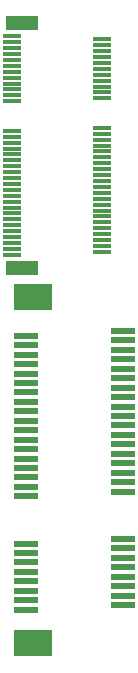
<source format=gbr>
%TF.GenerationSoftware,KiCad,Pcbnew,9.0.6-unknown-1000.20251110git96868b2.fc41*%
%TF.CreationDate,2025-12-16T17:43:44-08:00*%
%TF.ProjectId,Telemetry-Logging-Board,54656c65-6d65-4747-9279-2d4c6f676769,rev?*%
%TF.SameCoordinates,Original*%
%TF.FileFunction,Paste,Bot*%
%TF.FilePolarity,Positive*%
%FSLAX46Y46*%
G04 Gerber Fmt 4.6, Leading zero omitted, Abs format (unit mm)*
G04 Created by KiCad (PCBNEW 9.0.6-unknown-1000.20251110git96868b2.fc41) date 2025-12-16 17:43:44*
%MOMM*%
%LPD*%
G01*
G04 APERTURE LIST*
%ADD10R,1.550000X0.300000*%
%ADD11R,2.750000X1.200000*%
%ADD12R,2.000000X0.600000*%
%ADD13R,3.200000X2.300000*%
G04 APERTURE END LIST*
D10*
%TO.C,J9*%
X128470000Y-40250000D03*
X136030000Y-40500000D03*
X128470000Y-40750000D03*
X136030000Y-41000000D03*
X128470000Y-41250000D03*
X136030000Y-41500000D03*
X128470000Y-41750000D03*
X136030000Y-42000000D03*
X128470000Y-42250000D03*
X136030000Y-42500000D03*
X128470000Y-42750000D03*
X136030000Y-43000000D03*
X128470000Y-43250000D03*
X136030000Y-43500000D03*
X128470000Y-43750000D03*
X136030000Y-44000000D03*
X128470000Y-44250000D03*
X136030000Y-44500000D03*
X128470000Y-44750000D03*
X136030000Y-45000000D03*
X128470000Y-45250000D03*
X136030000Y-45500000D03*
X128470000Y-45750000D03*
X136030000Y-48000000D03*
X128470000Y-48250000D03*
X136030000Y-48500000D03*
X128470000Y-48750000D03*
X136030000Y-49000000D03*
X128470000Y-49250000D03*
X136030000Y-49500000D03*
X128470000Y-49750000D03*
X136030000Y-50000000D03*
X128470000Y-50250000D03*
X136030000Y-50500000D03*
X128470000Y-50750000D03*
X136030000Y-51000000D03*
X128470000Y-51250000D03*
X136030000Y-51500000D03*
X128470000Y-51750000D03*
X136030000Y-52000000D03*
X128470000Y-52250000D03*
X136030000Y-52500000D03*
X128470000Y-52750000D03*
X136030000Y-53000000D03*
X128470000Y-53250000D03*
X136030000Y-53500000D03*
X128470000Y-53750000D03*
X136030000Y-54000000D03*
X128470000Y-54250000D03*
X136030000Y-54500000D03*
X128470000Y-54750000D03*
X136030000Y-55000000D03*
X128470000Y-55250000D03*
X136030000Y-55500000D03*
X128470000Y-55750000D03*
X136030000Y-56000000D03*
X128470000Y-56250000D03*
X136030000Y-56500000D03*
X128470000Y-56750000D03*
X136030000Y-57000000D03*
X128470000Y-57250000D03*
X136030000Y-57500000D03*
X128470000Y-57750000D03*
X136030000Y-58000000D03*
X128470000Y-58250000D03*
X136030000Y-58500000D03*
X128470000Y-58750000D03*
D11*
X129250000Y-59850000D03*
X129250000Y-39150000D03*
%TD*%
D12*
%TO.C,J2*%
X129650000Y-88800000D03*
X137850000Y-88400000D03*
X129650000Y-88000000D03*
X137850000Y-87600000D03*
X129650000Y-87200000D03*
X137850000Y-86800000D03*
X129650000Y-86400000D03*
X137850000Y-86000000D03*
X129650000Y-85600000D03*
X137850000Y-85200000D03*
X129650000Y-84800000D03*
X137850000Y-84400000D03*
X129650000Y-84000000D03*
X137850000Y-83600000D03*
X129650000Y-83200000D03*
X137850000Y-82800000D03*
X129650000Y-79200000D03*
X137850000Y-78800000D03*
X129650000Y-78400000D03*
X137850000Y-78000000D03*
X129650000Y-77600000D03*
X137850000Y-77200000D03*
X129650000Y-76800000D03*
X137850000Y-76400000D03*
X129650000Y-76000000D03*
X137850000Y-75600000D03*
X129650000Y-75200000D03*
X137850000Y-74800000D03*
X129650000Y-74400000D03*
X137850000Y-74000000D03*
X129650000Y-73600000D03*
X137850000Y-73200000D03*
X129650000Y-72800000D03*
X137850000Y-72400000D03*
X129650000Y-72000000D03*
X137850000Y-71600000D03*
X129650000Y-71200000D03*
X137850000Y-70800000D03*
X129650000Y-70400000D03*
X137850000Y-70000000D03*
X129650000Y-69600000D03*
X137850000Y-69200000D03*
X129650000Y-68800000D03*
X137850000Y-68400000D03*
X129650000Y-68000000D03*
X137850000Y-67600000D03*
X129650000Y-67200000D03*
X137850000Y-66800000D03*
X129650000Y-66400000D03*
X137850000Y-66000000D03*
X129650000Y-65600000D03*
X137850000Y-65200000D03*
D13*
X130250000Y-91650000D03*
X130250000Y-62350000D03*
%TD*%
M02*

</source>
